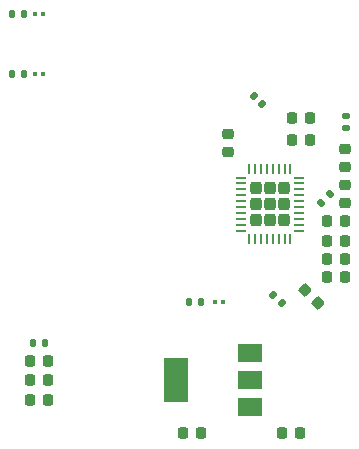
<source format=gbr>
%TF.GenerationSoftware,KiCad,Pcbnew,(6.0.0-0)*%
%TF.CreationDate,2022-03-10T17:30:30+01:00*%
%TF.ProjectId,CompactMotor,436f6d70-6163-4744-9d6f-746f722e6b69,rev?*%
%TF.SameCoordinates,Original*%
%TF.FileFunction,Paste,Bot*%
%TF.FilePolarity,Positive*%
%FSLAX46Y46*%
G04 Gerber Fmt 4.6, Leading zero omitted, Abs format (unit mm)*
G04 Created by KiCad (PCBNEW (6.0.0-0)) date 2022-03-10 17:30:30*
%MOMM*%
%LPD*%
G01*
G04 APERTURE LIST*
G04 Aperture macros list*
%AMRoundRect*
0 Rectangle with rounded corners*
0 $1 Rounding radius*
0 $2 $3 $4 $5 $6 $7 $8 $9 X,Y pos of 4 corners*
0 Add a 4 corners polygon primitive as box body*
4,1,4,$2,$3,$4,$5,$6,$7,$8,$9,$2,$3,0*
0 Add four circle primitives for the rounded corners*
1,1,$1+$1,$2,$3*
1,1,$1+$1,$4,$5*
1,1,$1+$1,$6,$7*
1,1,$1+$1,$8,$9*
0 Add four rect primitives between the rounded corners*
20,1,$1+$1,$2,$3,$4,$5,0*
20,1,$1+$1,$4,$5,$6,$7,0*
20,1,$1+$1,$6,$7,$8,$9,0*
20,1,$1+$1,$8,$9,$2,$3,0*%
G04 Aperture macros list end*
%ADD10RoundRect,0.135000X-0.135000X-0.185000X0.135000X-0.185000X0.135000X0.185000X-0.135000X0.185000X0*%
%ADD11RoundRect,0.079500X0.079500X0.100500X-0.079500X0.100500X-0.079500X-0.100500X0.079500X-0.100500X0*%
%ADD12RoundRect,0.135000X0.226274X0.035355X0.035355X0.226274X-0.226274X-0.035355X-0.035355X-0.226274X0*%
%ADD13RoundRect,0.225000X0.225000X0.250000X-0.225000X0.250000X-0.225000X-0.250000X0.225000X-0.250000X0*%
%ADD14RoundRect,0.225000X-0.225000X-0.250000X0.225000X-0.250000X0.225000X0.250000X-0.225000X0.250000X0*%
%ADD15R,2.000000X1.500000*%
%ADD16R,2.000000X3.800000*%
%ADD17RoundRect,0.135000X-0.185000X0.135000X-0.185000X-0.135000X0.185000X-0.135000X0.185000X0.135000X0*%
%ADD18RoundRect,0.225000X-0.250000X0.225000X-0.250000X-0.225000X0.250000X-0.225000X0.250000X0.225000X0*%
%ADD19RoundRect,0.062500X-0.062500X-0.362500X0.062500X-0.362500X0.062500X0.362500X-0.062500X0.362500X0*%
%ADD20RoundRect,0.062500X-0.362500X-0.062500X0.362500X-0.062500X0.362500X0.062500X-0.362500X0.062500X0*%
%ADD21RoundRect,0.242500X-0.242500X-0.307500X0.242500X-0.307500X0.242500X0.307500X-0.242500X0.307500X0*%
%ADD22RoundRect,0.225000X0.335876X0.017678X0.017678X0.335876X-0.335876X-0.017678X-0.017678X-0.335876X0*%
%ADD23RoundRect,0.135000X0.035355X-0.226274X0.226274X-0.035355X-0.035355X0.226274X-0.226274X0.035355X0*%
%ADD24RoundRect,0.225000X0.250000X-0.225000X0.250000X0.225000X-0.250000X0.225000X-0.250000X-0.225000X0*%
G04 APERTURE END LIST*
D10*
%TO.C,R8*%
X1016000Y-4572000D03*
X2036000Y-4572000D03*
%TD*%
%TO.C,R7*%
X1014000Y-9652000D03*
X2034000Y-9652000D03*
%TD*%
D11*
%TO.C,D3*%
X3647000Y-4572000D03*
X2957000Y-4572000D03*
%TD*%
%TO.C,D2*%
X3647000Y-9652000D03*
X2957000Y-9652000D03*
%TD*%
D10*
%TO.C,R1*%
X16000000Y-28956000D03*
X17020000Y-28956000D03*
%TD*%
%TO.C,R6*%
X2792000Y-32385000D03*
X3812000Y-32385000D03*
%TD*%
D12*
%TO.C,R4*%
X23855624Y-29062624D03*
X23134376Y-28341376D03*
%TD*%
D13*
%TO.C,C9*%
X4077000Y-33909000D03*
X2527000Y-33909000D03*
%TD*%
D14*
%TO.C,C12*%
X24752000Y-15240000D03*
X26302000Y-15240000D03*
%TD*%
%TO.C,C2*%
X15481000Y-40005000D03*
X17031000Y-40005000D03*
%TD*%
D13*
%TO.C,C7*%
X29223000Y-23736000D03*
X27673000Y-23736000D03*
%TD*%
%TO.C,C10*%
X2527000Y-35560000D03*
X4077000Y-35560000D03*
%TD*%
D15*
%TO.C,U2*%
X21184000Y-33260000D03*
D16*
X14884000Y-35560000D03*
D15*
X21184000Y-35560000D03*
X21184000Y-37860000D03*
%TD*%
D13*
%TO.C,C11*%
X4077000Y-37211000D03*
X2527000Y-37211000D03*
%TD*%
%TO.C,C13*%
X26302000Y-13335000D03*
X24752000Y-13335000D03*
%TD*%
D17*
%TO.C,R2*%
X29337000Y-13206000D03*
X29337000Y-14226000D03*
%TD*%
D18*
%TO.C,C5*%
X29210000Y-19037000D03*
X29210000Y-20587000D03*
%TD*%
D19*
%TO.C,U3*%
X21110000Y-23600000D03*
X21610000Y-23600000D03*
X22110000Y-23600000D03*
X22610000Y-23600000D03*
X23110000Y-23600000D03*
X23610000Y-23600000D03*
X24110000Y-23600000D03*
X24610000Y-23600000D03*
D20*
X25310000Y-22900000D03*
X25310000Y-22400000D03*
X25310000Y-21900000D03*
X25310000Y-21400000D03*
X25310000Y-20900000D03*
X25310000Y-20400000D03*
X25310000Y-19900000D03*
X25310000Y-19400000D03*
X25310000Y-18900000D03*
X25310000Y-18400000D03*
D19*
X24610000Y-17700000D03*
X24110000Y-17700000D03*
X23610000Y-17700000D03*
X23110000Y-17700000D03*
X22610000Y-17700000D03*
X22110000Y-17700000D03*
X21610000Y-17700000D03*
X21110000Y-17700000D03*
D20*
X20410000Y-18400000D03*
X20410000Y-18900000D03*
X20410000Y-19400000D03*
X20410000Y-19900000D03*
X20410000Y-20400000D03*
X20410000Y-20900000D03*
X20410000Y-21400000D03*
X20410000Y-21900000D03*
X20410000Y-22400000D03*
X20410000Y-22900000D03*
D21*
X22860000Y-22020000D03*
X24060000Y-22020000D03*
X22860000Y-19280000D03*
X21660000Y-22020000D03*
X24060000Y-20650000D03*
X21660000Y-19280000D03*
X22860000Y-20650000D03*
X21660000Y-20650000D03*
X24060000Y-19280000D03*
%TD*%
D11*
%TO.C,D1*%
X18197000Y-28956000D03*
X18887000Y-28956000D03*
%TD*%
D13*
%TO.C,C3*%
X29223000Y-22098000D03*
X27673000Y-22098000D03*
%TD*%
D12*
%TO.C,R5*%
X22225000Y-12192000D03*
X21503752Y-11470752D03*
%TD*%
D22*
%TO.C,C8*%
X26964008Y-28996008D03*
X25867992Y-27899992D03*
%TD*%
D18*
%TO.C,C4*%
X19304000Y-14719000D03*
X19304000Y-16269000D03*
%TD*%
D13*
%TO.C,C14*%
X29223000Y-25260000D03*
X27673000Y-25260000D03*
%TD*%
D14*
%TO.C,C1*%
X23863000Y-40005000D03*
X25413000Y-40005000D03*
%TD*%
D23*
%TO.C,R3*%
X27198376Y-20553624D03*
X27919624Y-19832376D03*
%TD*%
D14*
%TO.C,C15*%
X27673000Y-26784000D03*
X29223000Y-26784000D03*
%TD*%
D24*
%TO.C,C6*%
X29210000Y-17539000D03*
X29210000Y-15989000D03*
%TD*%
M02*

</source>
